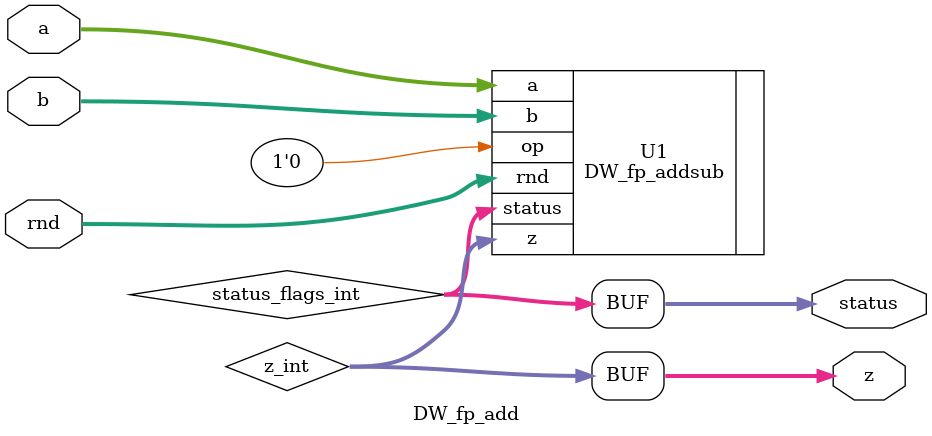
<source format=v>



module DW_fp_add (

                   a,
                   b,
                   rnd,
                   z,
                   status

    // Embedded dc_shell script
    // _model_constraint_2
);

parameter sig_width    = 23;
parameter exp_width    = 8;
parameter ieee_compliance = 0;


input  [exp_width + sig_width:0] a,b;
input  [2:0] rnd;
output [exp_width + sig_width:0] z;
output [7:0] status;


wire [sig_width+exp_width : 0] z_int;
wire [7 : 0] status_flags_int;

DW_fp_addsub #(sig_width, exp_width, ieee_compliance) U1
     (.a (a),
      .b (b),
      .rnd (rnd),
      .op (1'b0),
      .z (z_int),
      .status (status_flags_int));



assign  z = z_int;
assign  status = status_flags_int;         


endmodule

</source>
